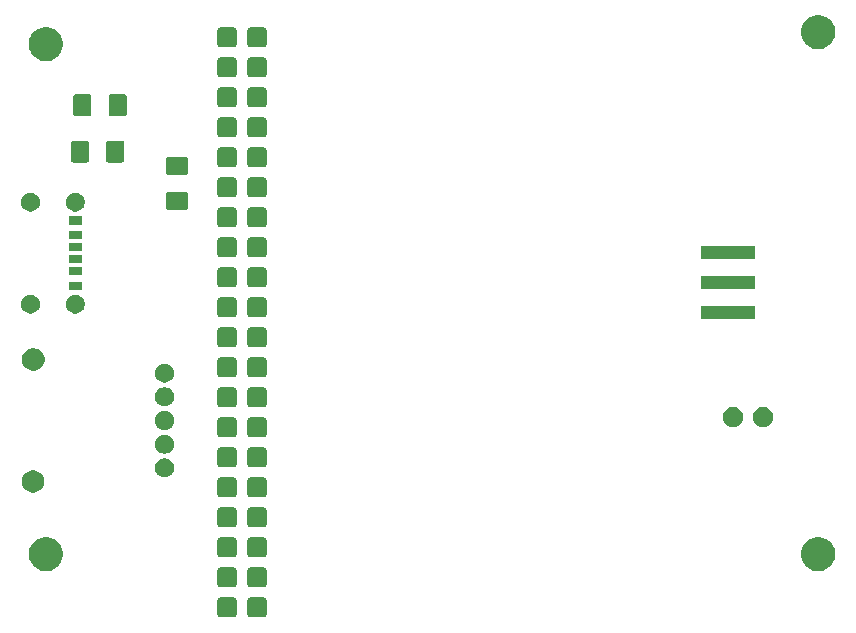
<source format=gbr>
G04 #@! TF.GenerationSoftware,KiCad,Pcbnew,5.0.2+dfsg1-1~bpo9+1*
G04 #@! TF.CreationDate,2020-11-02T20:14:28+00:00*
G04 #@! TF.ProjectId,gbc_outline_screen_new,6762635f-6f75-4746-9c69-6e655f736372,rev?*
G04 #@! TF.SameCoordinates,Original*
G04 #@! TF.FileFunction,Soldermask,Bot*
G04 #@! TF.FilePolarity,Negative*
%FSLAX46Y46*%
G04 Gerber Fmt 4.6, Leading zero omitted, Abs format (unit mm)*
G04 Created by KiCad (PCBNEW 5.0.2+dfsg1-1~bpo9+1) date Mon 02 Nov 2020 20:14:28 GMT*
%MOMM*%
%LPD*%
G01*
G04 APERTURE LIST*
%ADD10C,0.100000*%
G04 APERTURE END LIST*
D10*
G36*
X134721498Y-109804048D02*
X134789484Y-109824671D01*
X134852137Y-109858160D01*
X134907052Y-109903228D01*
X134952120Y-109958143D01*
X134985609Y-110020796D01*
X135006232Y-110088782D01*
X135013800Y-110165620D01*
X135013800Y-111129340D01*
X135006232Y-111206178D01*
X134985609Y-111274164D01*
X134952120Y-111336817D01*
X134907052Y-111391732D01*
X134852137Y-111436800D01*
X134789484Y-111470289D01*
X134721498Y-111490912D01*
X134644660Y-111498480D01*
X133680940Y-111498480D01*
X133604102Y-111490912D01*
X133536116Y-111470289D01*
X133473463Y-111436800D01*
X133418548Y-111391732D01*
X133373480Y-111336817D01*
X133339991Y-111274164D01*
X133319368Y-111206178D01*
X133311800Y-111129340D01*
X133311800Y-110165620D01*
X133319368Y-110088782D01*
X133339991Y-110020796D01*
X133373480Y-109958143D01*
X133418548Y-109903228D01*
X133473463Y-109858160D01*
X133536116Y-109824671D01*
X133604102Y-109804048D01*
X133680940Y-109796480D01*
X134644660Y-109796480D01*
X134721498Y-109804048D01*
X134721498Y-109804048D01*
G37*
G36*
X132181498Y-109804048D02*
X132249484Y-109824671D01*
X132312137Y-109858160D01*
X132367052Y-109903228D01*
X132412120Y-109958143D01*
X132445609Y-110020796D01*
X132466232Y-110088782D01*
X132473800Y-110165620D01*
X132473800Y-111129340D01*
X132466232Y-111206178D01*
X132445609Y-111274164D01*
X132412120Y-111336817D01*
X132367052Y-111391732D01*
X132312137Y-111436800D01*
X132249484Y-111470289D01*
X132181498Y-111490912D01*
X132104660Y-111498480D01*
X131140940Y-111498480D01*
X131064102Y-111490912D01*
X130996116Y-111470289D01*
X130933463Y-111436800D01*
X130878548Y-111391732D01*
X130833480Y-111336817D01*
X130799991Y-111274164D01*
X130779368Y-111206178D01*
X130771800Y-111129340D01*
X130771800Y-110165620D01*
X130779368Y-110088782D01*
X130799991Y-110020796D01*
X130833480Y-109958143D01*
X130878548Y-109903228D01*
X130933463Y-109858160D01*
X130996116Y-109824671D01*
X131064102Y-109804048D01*
X131140940Y-109796480D01*
X132104660Y-109796480D01*
X132181498Y-109804048D01*
X132181498Y-109804048D01*
G37*
G36*
X132181498Y-107264048D02*
X132249484Y-107284671D01*
X132312137Y-107318160D01*
X132367052Y-107363228D01*
X132412120Y-107418143D01*
X132445609Y-107480796D01*
X132466232Y-107548782D01*
X132473800Y-107625620D01*
X132473800Y-108589340D01*
X132466232Y-108666178D01*
X132445609Y-108734164D01*
X132412120Y-108796817D01*
X132367052Y-108851732D01*
X132312137Y-108896800D01*
X132249484Y-108930289D01*
X132181498Y-108950912D01*
X132104660Y-108958480D01*
X131140940Y-108958480D01*
X131064102Y-108950912D01*
X130996116Y-108930289D01*
X130933463Y-108896800D01*
X130878548Y-108851732D01*
X130833480Y-108796817D01*
X130799991Y-108734164D01*
X130779368Y-108666178D01*
X130771800Y-108589340D01*
X130771800Y-107625620D01*
X130779368Y-107548782D01*
X130799991Y-107480796D01*
X130833480Y-107418143D01*
X130878548Y-107363228D01*
X130933463Y-107318160D01*
X130996116Y-107284671D01*
X131064102Y-107264048D01*
X131140940Y-107256480D01*
X132104660Y-107256480D01*
X132181498Y-107264048D01*
X132181498Y-107264048D01*
G37*
G36*
X134721498Y-107264048D02*
X134789484Y-107284671D01*
X134852137Y-107318160D01*
X134907052Y-107363228D01*
X134952120Y-107418143D01*
X134985609Y-107480796D01*
X135006232Y-107548782D01*
X135013800Y-107625620D01*
X135013800Y-108589340D01*
X135006232Y-108666178D01*
X134985609Y-108734164D01*
X134952120Y-108796817D01*
X134907052Y-108851732D01*
X134852137Y-108896800D01*
X134789484Y-108930289D01*
X134721498Y-108950912D01*
X134644660Y-108958480D01*
X133680940Y-108958480D01*
X133604102Y-108950912D01*
X133536116Y-108930289D01*
X133473463Y-108896800D01*
X133418548Y-108851732D01*
X133373480Y-108796817D01*
X133339991Y-108734164D01*
X133319368Y-108666178D01*
X133311800Y-108589340D01*
X133311800Y-107625620D01*
X133319368Y-107548782D01*
X133339991Y-107480796D01*
X133373480Y-107418143D01*
X133418548Y-107363228D01*
X133473463Y-107318160D01*
X133536116Y-107284671D01*
X133604102Y-107264048D01*
X133680940Y-107256480D01*
X134644660Y-107256480D01*
X134721498Y-107264048D01*
X134721498Y-107264048D01*
G37*
G36*
X116709518Y-104756440D02*
X116709520Y-104756441D01*
X116709521Y-104756441D01*
X116973586Y-104865820D01*
X117033098Y-104905585D01*
X117211242Y-105024617D01*
X117413343Y-105226718D01*
X117413345Y-105226721D01*
X117572140Y-105464374D01*
X117680467Y-105725899D01*
X117681520Y-105728442D01*
X117737280Y-106008768D01*
X117737280Y-106294592D01*
X117682025Y-106572381D01*
X117681519Y-106574921D01*
X117572140Y-106838986D01*
X117572139Y-106838987D01*
X117413343Y-107076642D01*
X117211242Y-107278743D01*
X117211239Y-107278745D01*
X116973586Y-107437540D01*
X116709521Y-107546919D01*
X116709520Y-107546919D01*
X116709518Y-107546920D01*
X116429192Y-107602680D01*
X116143368Y-107602680D01*
X115863042Y-107546920D01*
X115863040Y-107546919D01*
X115863039Y-107546919D01*
X115598974Y-107437540D01*
X115361321Y-107278745D01*
X115361318Y-107278743D01*
X115159217Y-107076642D01*
X115000421Y-106838987D01*
X115000420Y-106838986D01*
X114891041Y-106574921D01*
X114890536Y-106572381D01*
X114835280Y-106294592D01*
X114835280Y-106008768D01*
X114891040Y-105728442D01*
X114892093Y-105725899D01*
X115000420Y-105464374D01*
X115159215Y-105226721D01*
X115159217Y-105226718D01*
X115361318Y-105024617D01*
X115539462Y-104905585D01*
X115598974Y-104865820D01*
X115863039Y-104756441D01*
X115863040Y-104756441D01*
X115863042Y-104756440D01*
X116143368Y-104700680D01*
X116429192Y-104700680D01*
X116709518Y-104756440D01*
X116709518Y-104756440D01*
G37*
G36*
X182101818Y-104753900D02*
X182101820Y-104753901D01*
X182101821Y-104753901D01*
X182365886Y-104863280D01*
X182539294Y-104979148D01*
X182603542Y-105022077D01*
X182805643Y-105224178D01*
X182805645Y-105224181D01*
X182964440Y-105461834D01*
X182965492Y-105464374D01*
X183073820Y-105725902D01*
X183129580Y-106006228D01*
X183129580Y-106292052D01*
X183110040Y-106390289D01*
X183073819Y-106572381D01*
X182964440Y-106836446D01*
X182962742Y-106838987D01*
X182805643Y-107074102D01*
X182603542Y-107276203D01*
X182603539Y-107276205D01*
X182365886Y-107435000D01*
X182101821Y-107544379D01*
X182101820Y-107544379D01*
X182101818Y-107544380D01*
X181821492Y-107600140D01*
X181535668Y-107600140D01*
X181255342Y-107544380D01*
X181255340Y-107544379D01*
X181255339Y-107544379D01*
X180991274Y-107435000D01*
X180753621Y-107276205D01*
X180753618Y-107276203D01*
X180551517Y-107074102D01*
X180394418Y-106838987D01*
X180392720Y-106836446D01*
X180283341Y-106572381D01*
X180247121Y-106390289D01*
X180227580Y-106292052D01*
X180227580Y-106006228D01*
X180283340Y-105725902D01*
X180391668Y-105464374D01*
X180392720Y-105461834D01*
X180551515Y-105224181D01*
X180551517Y-105224178D01*
X180753618Y-105022077D01*
X180817866Y-104979148D01*
X180991274Y-104863280D01*
X181255339Y-104753901D01*
X181255340Y-104753901D01*
X181255342Y-104753900D01*
X181535668Y-104698140D01*
X181821492Y-104698140D01*
X182101818Y-104753900D01*
X182101818Y-104753900D01*
G37*
G36*
X134721498Y-104724048D02*
X134789484Y-104744671D01*
X134852137Y-104778160D01*
X134907052Y-104823228D01*
X134952120Y-104878143D01*
X134985609Y-104940796D01*
X135006232Y-105008782D01*
X135013800Y-105085620D01*
X135013800Y-106049340D01*
X135006232Y-106126178D01*
X134985609Y-106194164D01*
X134952120Y-106256817D01*
X134907052Y-106311732D01*
X134852137Y-106356800D01*
X134789484Y-106390289D01*
X134721498Y-106410912D01*
X134644660Y-106418480D01*
X133680940Y-106418480D01*
X133604102Y-106410912D01*
X133536116Y-106390289D01*
X133473463Y-106356800D01*
X133418548Y-106311732D01*
X133373480Y-106256817D01*
X133339991Y-106194164D01*
X133319368Y-106126178D01*
X133311800Y-106049340D01*
X133311800Y-105085620D01*
X133319368Y-105008782D01*
X133339991Y-104940796D01*
X133373480Y-104878143D01*
X133418548Y-104823228D01*
X133473463Y-104778160D01*
X133536116Y-104744671D01*
X133604102Y-104724048D01*
X133680940Y-104716480D01*
X134644660Y-104716480D01*
X134721498Y-104724048D01*
X134721498Y-104724048D01*
G37*
G36*
X132181498Y-104724048D02*
X132249484Y-104744671D01*
X132312137Y-104778160D01*
X132367052Y-104823228D01*
X132412120Y-104878143D01*
X132445609Y-104940796D01*
X132466232Y-105008782D01*
X132473800Y-105085620D01*
X132473800Y-106049340D01*
X132466232Y-106126178D01*
X132445609Y-106194164D01*
X132412120Y-106256817D01*
X132367052Y-106311732D01*
X132312137Y-106356800D01*
X132249484Y-106390289D01*
X132181498Y-106410912D01*
X132104660Y-106418480D01*
X131140940Y-106418480D01*
X131064102Y-106410912D01*
X130996116Y-106390289D01*
X130933463Y-106356800D01*
X130878548Y-106311732D01*
X130833480Y-106256817D01*
X130799991Y-106194164D01*
X130779368Y-106126178D01*
X130771800Y-106049340D01*
X130771800Y-105085620D01*
X130779368Y-105008782D01*
X130799991Y-104940796D01*
X130833480Y-104878143D01*
X130878548Y-104823228D01*
X130933463Y-104778160D01*
X130996116Y-104744671D01*
X131064102Y-104724048D01*
X131140940Y-104716480D01*
X132104660Y-104716480D01*
X132181498Y-104724048D01*
X132181498Y-104724048D01*
G37*
G36*
X132181498Y-102184048D02*
X132249484Y-102204671D01*
X132312137Y-102238160D01*
X132367052Y-102283228D01*
X132412120Y-102338143D01*
X132445609Y-102400796D01*
X132466232Y-102468782D01*
X132473800Y-102545620D01*
X132473800Y-103509340D01*
X132466232Y-103586178D01*
X132445609Y-103654164D01*
X132412120Y-103716817D01*
X132367052Y-103771732D01*
X132312137Y-103816800D01*
X132249484Y-103850289D01*
X132181498Y-103870912D01*
X132104660Y-103878480D01*
X131140940Y-103878480D01*
X131064102Y-103870912D01*
X130996116Y-103850289D01*
X130933463Y-103816800D01*
X130878548Y-103771732D01*
X130833480Y-103716817D01*
X130799991Y-103654164D01*
X130779368Y-103586178D01*
X130771800Y-103509340D01*
X130771800Y-102545620D01*
X130779368Y-102468782D01*
X130799991Y-102400796D01*
X130833480Y-102338143D01*
X130878548Y-102283228D01*
X130933463Y-102238160D01*
X130996116Y-102204671D01*
X131064102Y-102184048D01*
X131140940Y-102176480D01*
X132104660Y-102176480D01*
X132181498Y-102184048D01*
X132181498Y-102184048D01*
G37*
G36*
X134721498Y-102184048D02*
X134789484Y-102204671D01*
X134852137Y-102238160D01*
X134907052Y-102283228D01*
X134952120Y-102338143D01*
X134985609Y-102400796D01*
X135006232Y-102468782D01*
X135013800Y-102545620D01*
X135013800Y-103509340D01*
X135006232Y-103586178D01*
X134985609Y-103654164D01*
X134952120Y-103716817D01*
X134907052Y-103771732D01*
X134852137Y-103816800D01*
X134789484Y-103850289D01*
X134721498Y-103870912D01*
X134644660Y-103878480D01*
X133680940Y-103878480D01*
X133604102Y-103870912D01*
X133536116Y-103850289D01*
X133473463Y-103816800D01*
X133418548Y-103771732D01*
X133373480Y-103716817D01*
X133339991Y-103654164D01*
X133319368Y-103586178D01*
X133311800Y-103509340D01*
X133311800Y-102545620D01*
X133319368Y-102468782D01*
X133339991Y-102400796D01*
X133373480Y-102338143D01*
X133418548Y-102283228D01*
X133473463Y-102238160D01*
X133536116Y-102204671D01*
X133604102Y-102184048D01*
X133680940Y-102176480D01*
X134644660Y-102176480D01*
X134721498Y-102184048D01*
X134721498Y-102184048D01*
G37*
G36*
X134721498Y-99644048D02*
X134789484Y-99664671D01*
X134852137Y-99698160D01*
X134907052Y-99743228D01*
X134952120Y-99798143D01*
X134985609Y-99860796D01*
X135006232Y-99928782D01*
X135013800Y-100005620D01*
X135013800Y-100969340D01*
X135006232Y-101046178D01*
X134985609Y-101114164D01*
X134952120Y-101176817D01*
X134907052Y-101231732D01*
X134852137Y-101276800D01*
X134789484Y-101310289D01*
X134721498Y-101330912D01*
X134644660Y-101338480D01*
X133680940Y-101338480D01*
X133604102Y-101330912D01*
X133536116Y-101310289D01*
X133473463Y-101276800D01*
X133418548Y-101231732D01*
X133373480Y-101176817D01*
X133339991Y-101114164D01*
X133319368Y-101046178D01*
X133311800Y-100969340D01*
X133311800Y-100005620D01*
X133319368Y-99928782D01*
X133339991Y-99860796D01*
X133373480Y-99798143D01*
X133418548Y-99743228D01*
X133473463Y-99698160D01*
X133536116Y-99664671D01*
X133604102Y-99644048D01*
X133680940Y-99636480D01*
X134644660Y-99636480D01*
X134721498Y-99644048D01*
X134721498Y-99644048D01*
G37*
G36*
X132181498Y-99644048D02*
X132249484Y-99664671D01*
X132312137Y-99698160D01*
X132367052Y-99743228D01*
X132412120Y-99798143D01*
X132445609Y-99860796D01*
X132466232Y-99928782D01*
X132473800Y-100005620D01*
X132473800Y-100969340D01*
X132466232Y-101046178D01*
X132445609Y-101114164D01*
X132412120Y-101176817D01*
X132367052Y-101231732D01*
X132312137Y-101276800D01*
X132249484Y-101310289D01*
X132181498Y-101330912D01*
X132104660Y-101338480D01*
X131140940Y-101338480D01*
X131064102Y-101330912D01*
X130996116Y-101310289D01*
X130933463Y-101276800D01*
X130878548Y-101231732D01*
X130833480Y-101176817D01*
X130799991Y-101114164D01*
X130779368Y-101046178D01*
X130771800Y-100969340D01*
X130771800Y-100005620D01*
X130779368Y-99928782D01*
X130799991Y-99860796D01*
X130833480Y-99798143D01*
X130878548Y-99743228D01*
X130933463Y-99698160D01*
X130996116Y-99664671D01*
X131064102Y-99644048D01*
X131140940Y-99636480D01*
X132104660Y-99636480D01*
X132181498Y-99644048D01*
X132181498Y-99644048D01*
G37*
G36*
X115481636Y-99087886D02*
X115654706Y-99159574D01*
X115810470Y-99263652D01*
X115942928Y-99396110D01*
X116047006Y-99551874D01*
X116118694Y-99724944D01*
X116155240Y-99908673D01*
X116155240Y-100096007D01*
X116118694Y-100279736D01*
X116047006Y-100452806D01*
X115942928Y-100608570D01*
X115810470Y-100741028D01*
X115654706Y-100845106D01*
X115481636Y-100916794D01*
X115297907Y-100953340D01*
X115110573Y-100953340D01*
X114926844Y-100916794D01*
X114753774Y-100845106D01*
X114598010Y-100741028D01*
X114465552Y-100608570D01*
X114361474Y-100452806D01*
X114289786Y-100279736D01*
X114253240Y-100096007D01*
X114253240Y-99908673D01*
X114289786Y-99724944D01*
X114361474Y-99551874D01*
X114465552Y-99396110D01*
X114598010Y-99263652D01*
X114753774Y-99159574D01*
X114926844Y-99087886D01*
X115110573Y-99051340D01*
X115297907Y-99051340D01*
X115481636Y-99087886D01*
X115481636Y-99087886D01*
G37*
G36*
X126563083Y-98076421D02*
X126708855Y-98136802D01*
X126840051Y-98224464D01*
X126951616Y-98336029D01*
X127039278Y-98467225D01*
X127099659Y-98612997D01*
X127130440Y-98767747D01*
X127130440Y-98925533D01*
X127099659Y-99080283D01*
X127039278Y-99226055D01*
X126951616Y-99357251D01*
X126840051Y-99468816D01*
X126708855Y-99556478D01*
X126563083Y-99616859D01*
X126408333Y-99647640D01*
X126250547Y-99647640D01*
X126095797Y-99616859D01*
X125950025Y-99556478D01*
X125818829Y-99468816D01*
X125707264Y-99357251D01*
X125619602Y-99226055D01*
X125559221Y-99080283D01*
X125528440Y-98925533D01*
X125528440Y-98767747D01*
X125559221Y-98612997D01*
X125619602Y-98467225D01*
X125707264Y-98336029D01*
X125818829Y-98224464D01*
X125950025Y-98136802D01*
X126095797Y-98076421D01*
X126250547Y-98045640D01*
X126408333Y-98045640D01*
X126563083Y-98076421D01*
X126563083Y-98076421D01*
G37*
G36*
X132181498Y-97104048D02*
X132249484Y-97124671D01*
X132312137Y-97158160D01*
X132367052Y-97203228D01*
X132412120Y-97258143D01*
X132445609Y-97320796D01*
X132466232Y-97388782D01*
X132473800Y-97465620D01*
X132473800Y-98429340D01*
X132466232Y-98506178D01*
X132445609Y-98574164D01*
X132412120Y-98636817D01*
X132367052Y-98691732D01*
X132312137Y-98736800D01*
X132249484Y-98770289D01*
X132181498Y-98790912D01*
X132104660Y-98798480D01*
X131140940Y-98798480D01*
X131064102Y-98790912D01*
X130996116Y-98770289D01*
X130933463Y-98736800D01*
X130878548Y-98691732D01*
X130833480Y-98636817D01*
X130799991Y-98574164D01*
X130779368Y-98506178D01*
X130771800Y-98429340D01*
X130771800Y-97465620D01*
X130779368Y-97388782D01*
X130799991Y-97320796D01*
X130833480Y-97258143D01*
X130878548Y-97203228D01*
X130933463Y-97158160D01*
X130996116Y-97124671D01*
X131064102Y-97104048D01*
X131140940Y-97096480D01*
X132104660Y-97096480D01*
X132181498Y-97104048D01*
X132181498Y-97104048D01*
G37*
G36*
X134721498Y-97104048D02*
X134789484Y-97124671D01*
X134852137Y-97158160D01*
X134907052Y-97203228D01*
X134952120Y-97258143D01*
X134985609Y-97320796D01*
X135006232Y-97388782D01*
X135013800Y-97465620D01*
X135013800Y-98429340D01*
X135006232Y-98506178D01*
X134985609Y-98574164D01*
X134952120Y-98636817D01*
X134907052Y-98691732D01*
X134852137Y-98736800D01*
X134789484Y-98770289D01*
X134721498Y-98790912D01*
X134644660Y-98798480D01*
X133680940Y-98798480D01*
X133604102Y-98790912D01*
X133536116Y-98770289D01*
X133473463Y-98736800D01*
X133418548Y-98691732D01*
X133373480Y-98636817D01*
X133339991Y-98574164D01*
X133319368Y-98506178D01*
X133311800Y-98429340D01*
X133311800Y-97465620D01*
X133319368Y-97388782D01*
X133339991Y-97320796D01*
X133373480Y-97258143D01*
X133418548Y-97203228D01*
X133473463Y-97158160D01*
X133536116Y-97124671D01*
X133604102Y-97104048D01*
X133680940Y-97096480D01*
X134644660Y-97096480D01*
X134721498Y-97104048D01*
X134721498Y-97104048D01*
G37*
G36*
X126563083Y-96069821D02*
X126708855Y-96130202D01*
X126840051Y-96217864D01*
X126951616Y-96329429D01*
X127039278Y-96460625D01*
X127099659Y-96606397D01*
X127130440Y-96761147D01*
X127130440Y-96918933D01*
X127099659Y-97073683D01*
X127039278Y-97219455D01*
X126951616Y-97350651D01*
X126840051Y-97462216D01*
X126708855Y-97549878D01*
X126563083Y-97610259D01*
X126408333Y-97641040D01*
X126250547Y-97641040D01*
X126095797Y-97610259D01*
X125950025Y-97549878D01*
X125818829Y-97462216D01*
X125707264Y-97350651D01*
X125619602Y-97219455D01*
X125559221Y-97073683D01*
X125528440Y-96918933D01*
X125528440Y-96761147D01*
X125559221Y-96606397D01*
X125619602Y-96460625D01*
X125707264Y-96329429D01*
X125818829Y-96217864D01*
X125950025Y-96130202D01*
X126095797Y-96069821D01*
X126250547Y-96039040D01*
X126408333Y-96039040D01*
X126563083Y-96069821D01*
X126563083Y-96069821D01*
G37*
G36*
X134721498Y-94564048D02*
X134789484Y-94584671D01*
X134852137Y-94618160D01*
X134907052Y-94663228D01*
X134952120Y-94718143D01*
X134985609Y-94780796D01*
X135006232Y-94848782D01*
X135013800Y-94925620D01*
X135013800Y-95889340D01*
X135006232Y-95966178D01*
X134985609Y-96034164D01*
X134952120Y-96096817D01*
X134907052Y-96151732D01*
X134852137Y-96196800D01*
X134789484Y-96230289D01*
X134721498Y-96250912D01*
X134644660Y-96258480D01*
X133680940Y-96258480D01*
X133604102Y-96250912D01*
X133536116Y-96230289D01*
X133473463Y-96196800D01*
X133418548Y-96151732D01*
X133373480Y-96096817D01*
X133339991Y-96034164D01*
X133319368Y-95966178D01*
X133311800Y-95889340D01*
X133311800Y-94925620D01*
X133319368Y-94848782D01*
X133339991Y-94780796D01*
X133373480Y-94718143D01*
X133418548Y-94663228D01*
X133473463Y-94618160D01*
X133536116Y-94584671D01*
X133604102Y-94564048D01*
X133680940Y-94556480D01*
X134644660Y-94556480D01*
X134721498Y-94564048D01*
X134721498Y-94564048D01*
G37*
G36*
X132181498Y-94564048D02*
X132249484Y-94584671D01*
X132312137Y-94618160D01*
X132367052Y-94663228D01*
X132412120Y-94718143D01*
X132445609Y-94780796D01*
X132466232Y-94848782D01*
X132473800Y-94925620D01*
X132473800Y-95889340D01*
X132466232Y-95966178D01*
X132445609Y-96034164D01*
X132412120Y-96096817D01*
X132367052Y-96151732D01*
X132312137Y-96196800D01*
X132249484Y-96230289D01*
X132181498Y-96250912D01*
X132104660Y-96258480D01*
X131140940Y-96258480D01*
X131064102Y-96250912D01*
X130996116Y-96230289D01*
X130933463Y-96196800D01*
X130878548Y-96151732D01*
X130833480Y-96096817D01*
X130799991Y-96034164D01*
X130779368Y-95966178D01*
X130771800Y-95889340D01*
X130771800Y-94925620D01*
X130779368Y-94848782D01*
X130799991Y-94780796D01*
X130833480Y-94718143D01*
X130878548Y-94663228D01*
X130933463Y-94618160D01*
X130996116Y-94584671D01*
X131064102Y-94564048D01*
X131140940Y-94556480D01*
X132104660Y-94556480D01*
X132181498Y-94564048D01*
X132181498Y-94564048D01*
G37*
G36*
X126563083Y-94063221D02*
X126708855Y-94123602D01*
X126840051Y-94211264D01*
X126951616Y-94322829D01*
X127039278Y-94454025D01*
X127099659Y-94599797D01*
X127130440Y-94754547D01*
X127130440Y-94912333D01*
X127099659Y-95067083D01*
X127039278Y-95212855D01*
X126951616Y-95344051D01*
X126840051Y-95455616D01*
X126708855Y-95543278D01*
X126563083Y-95603659D01*
X126408333Y-95634440D01*
X126250547Y-95634440D01*
X126095797Y-95603659D01*
X125950025Y-95543278D01*
X125818829Y-95455616D01*
X125707264Y-95344051D01*
X125619602Y-95212855D01*
X125559221Y-95067083D01*
X125528440Y-94912333D01*
X125528440Y-94754547D01*
X125559221Y-94599797D01*
X125619602Y-94454025D01*
X125707264Y-94322829D01*
X125818829Y-94211264D01*
X125950025Y-94123602D01*
X126095797Y-94063221D01*
X126250547Y-94032440D01*
X126408333Y-94032440D01*
X126563083Y-94063221D01*
X126563083Y-94063221D01*
G37*
G36*
X177245588Y-93720503D02*
X177400460Y-93784653D01*
X177539841Y-93877785D01*
X177658375Y-93996319D01*
X177751507Y-94135700D01*
X177815657Y-94290572D01*
X177848360Y-94454984D01*
X177848360Y-94622616D01*
X177815657Y-94787028D01*
X177751507Y-94941900D01*
X177658375Y-95081281D01*
X177539841Y-95199815D01*
X177400460Y-95292947D01*
X177245588Y-95357097D01*
X177081176Y-95389800D01*
X176913544Y-95389800D01*
X176749132Y-95357097D01*
X176594260Y-95292947D01*
X176454879Y-95199815D01*
X176336345Y-95081281D01*
X176243213Y-94941900D01*
X176179063Y-94787028D01*
X176146360Y-94622616D01*
X176146360Y-94454984D01*
X176179063Y-94290572D01*
X176243213Y-94135700D01*
X176336345Y-93996319D01*
X176454879Y-93877785D01*
X176594260Y-93784653D01*
X176749132Y-93720503D01*
X176913544Y-93687800D01*
X177081176Y-93687800D01*
X177245588Y-93720503D01*
X177245588Y-93720503D01*
G37*
G36*
X174705588Y-93720503D02*
X174860460Y-93784653D01*
X174999841Y-93877785D01*
X175118375Y-93996319D01*
X175211507Y-94135700D01*
X175275657Y-94290572D01*
X175308360Y-94454984D01*
X175308360Y-94622616D01*
X175275657Y-94787028D01*
X175211507Y-94941900D01*
X175118375Y-95081281D01*
X174999841Y-95199815D01*
X174860460Y-95292947D01*
X174705588Y-95357097D01*
X174541176Y-95389800D01*
X174373544Y-95389800D01*
X174209132Y-95357097D01*
X174054260Y-95292947D01*
X173914879Y-95199815D01*
X173796345Y-95081281D01*
X173703213Y-94941900D01*
X173639063Y-94787028D01*
X173606360Y-94622616D01*
X173606360Y-94454984D01*
X173639063Y-94290572D01*
X173703213Y-94135700D01*
X173796345Y-93996319D01*
X173914879Y-93877785D01*
X174054260Y-93784653D01*
X174209132Y-93720503D01*
X174373544Y-93687800D01*
X174541176Y-93687800D01*
X174705588Y-93720503D01*
X174705588Y-93720503D01*
G37*
G36*
X132181498Y-92024048D02*
X132249484Y-92044671D01*
X132312137Y-92078160D01*
X132367052Y-92123228D01*
X132412120Y-92178143D01*
X132445609Y-92240796D01*
X132466232Y-92308782D01*
X132473800Y-92385620D01*
X132473800Y-93349340D01*
X132466232Y-93426178D01*
X132445609Y-93494164D01*
X132412120Y-93556817D01*
X132367052Y-93611732D01*
X132312137Y-93656800D01*
X132249484Y-93690289D01*
X132181498Y-93710912D01*
X132104660Y-93718480D01*
X131140940Y-93718480D01*
X131064102Y-93710912D01*
X130996116Y-93690289D01*
X130933463Y-93656800D01*
X130878548Y-93611732D01*
X130833480Y-93556817D01*
X130799991Y-93494164D01*
X130779368Y-93426178D01*
X130771800Y-93349340D01*
X130771800Y-92385620D01*
X130779368Y-92308782D01*
X130799991Y-92240796D01*
X130833480Y-92178143D01*
X130878548Y-92123228D01*
X130933463Y-92078160D01*
X130996116Y-92044671D01*
X131064102Y-92024048D01*
X131140940Y-92016480D01*
X132104660Y-92016480D01*
X132181498Y-92024048D01*
X132181498Y-92024048D01*
G37*
G36*
X134721498Y-92024048D02*
X134789484Y-92044671D01*
X134852137Y-92078160D01*
X134907052Y-92123228D01*
X134952120Y-92178143D01*
X134985609Y-92240796D01*
X135006232Y-92308782D01*
X135013800Y-92385620D01*
X135013800Y-93349340D01*
X135006232Y-93426178D01*
X134985609Y-93494164D01*
X134952120Y-93556817D01*
X134907052Y-93611732D01*
X134852137Y-93656800D01*
X134789484Y-93690289D01*
X134721498Y-93710912D01*
X134644660Y-93718480D01*
X133680940Y-93718480D01*
X133604102Y-93710912D01*
X133536116Y-93690289D01*
X133473463Y-93656800D01*
X133418548Y-93611732D01*
X133373480Y-93556817D01*
X133339991Y-93494164D01*
X133319368Y-93426178D01*
X133311800Y-93349340D01*
X133311800Y-92385620D01*
X133319368Y-92308782D01*
X133339991Y-92240796D01*
X133373480Y-92178143D01*
X133418548Y-92123228D01*
X133473463Y-92078160D01*
X133536116Y-92044671D01*
X133604102Y-92024048D01*
X133680940Y-92016480D01*
X134644660Y-92016480D01*
X134721498Y-92024048D01*
X134721498Y-92024048D01*
G37*
G36*
X126563083Y-92056621D02*
X126708855Y-92117002D01*
X126840051Y-92204664D01*
X126951616Y-92316229D01*
X127039278Y-92447425D01*
X127099659Y-92593197D01*
X127130440Y-92747947D01*
X127130440Y-92905733D01*
X127099659Y-93060483D01*
X127039278Y-93206255D01*
X126951616Y-93337451D01*
X126840051Y-93449016D01*
X126708855Y-93536678D01*
X126563083Y-93597059D01*
X126408333Y-93627840D01*
X126250547Y-93627840D01*
X126095797Y-93597059D01*
X125950025Y-93536678D01*
X125818829Y-93449016D01*
X125707264Y-93337451D01*
X125619602Y-93206255D01*
X125559221Y-93060483D01*
X125528440Y-92905733D01*
X125528440Y-92747947D01*
X125559221Y-92593197D01*
X125619602Y-92447425D01*
X125707264Y-92316229D01*
X125818829Y-92204664D01*
X125950025Y-92117002D01*
X126095797Y-92056621D01*
X126250547Y-92025840D01*
X126408333Y-92025840D01*
X126563083Y-92056621D01*
X126563083Y-92056621D01*
G37*
G36*
X126563083Y-90050021D02*
X126708855Y-90110402D01*
X126840051Y-90198064D01*
X126951616Y-90309629D01*
X127039278Y-90440825D01*
X127099659Y-90586597D01*
X127130440Y-90741347D01*
X127130440Y-90899133D01*
X127099659Y-91053883D01*
X127039278Y-91199655D01*
X126951616Y-91330851D01*
X126840051Y-91442416D01*
X126708855Y-91530078D01*
X126563083Y-91590459D01*
X126408333Y-91621240D01*
X126250547Y-91621240D01*
X126095797Y-91590459D01*
X125950025Y-91530078D01*
X125818829Y-91442416D01*
X125707264Y-91330851D01*
X125619602Y-91199655D01*
X125559221Y-91053883D01*
X125528440Y-90899133D01*
X125528440Y-90741347D01*
X125559221Y-90586597D01*
X125619602Y-90440825D01*
X125707264Y-90309629D01*
X125818829Y-90198064D01*
X125950025Y-90110402D01*
X126095797Y-90050021D01*
X126250547Y-90019240D01*
X126408333Y-90019240D01*
X126563083Y-90050021D01*
X126563083Y-90050021D01*
G37*
G36*
X132181498Y-89484048D02*
X132249484Y-89504671D01*
X132312137Y-89538160D01*
X132367052Y-89583228D01*
X132412120Y-89638143D01*
X132445609Y-89700796D01*
X132466232Y-89768782D01*
X132473800Y-89845620D01*
X132473800Y-90809340D01*
X132466232Y-90886178D01*
X132445609Y-90954164D01*
X132412120Y-91016817D01*
X132367052Y-91071732D01*
X132312137Y-91116800D01*
X132249484Y-91150289D01*
X132181498Y-91170912D01*
X132104660Y-91178480D01*
X131140940Y-91178480D01*
X131064102Y-91170912D01*
X130996116Y-91150289D01*
X130933463Y-91116800D01*
X130878548Y-91071732D01*
X130833480Y-91016817D01*
X130799991Y-90954164D01*
X130779368Y-90886178D01*
X130771800Y-90809340D01*
X130771800Y-89845620D01*
X130779368Y-89768782D01*
X130799991Y-89700796D01*
X130833480Y-89638143D01*
X130878548Y-89583228D01*
X130933463Y-89538160D01*
X130996116Y-89504671D01*
X131064102Y-89484048D01*
X131140940Y-89476480D01*
X132104660Y-89476480D01*
X132181498Y-89484048D01*
X132181498Y-89484048D01*
G37*
G36*
X134721498Y-89484048D02*
X134789484Y-89504671D01*
X134852137Y-89538160D01*
X134907052Y-89583228D01*
X134952120Y-89638143D01*
X134985609Y-89700796D01*
X135006232Y-89768782D01*
X135013800Y-89845620D01*
X135013800Y-90809340D01*
X135006232Y-90886178D01*
X134985609Y-90954164D01*
X134952120Y-91016817D01*
X134907052Y-91071732D01*
X134852137Y-91116800D01*
X134789484Y-91150289D01*
X134721498Y-91170912D01*
X134644660Y-91178480D01*
X133680940Y-91178480D01*
X133604102Y-91170912D01*
X133536116Y-91150289D01*
X133473463Y-91116800D01*
X133418548Y-91071732D01*
X133373480Y-91016817D01*
X133339991Y-90954164D01*
X133319368Y-90886178D01*
X133311800Y-90809340D01*
X133311800Y-89845620D01*
X133319368Y-89768782D01*
X133339991Y-89700796D01*
X133373480Y-89638143D01*
X133418548Y-89583228D01*
X133473463Y-89538160D01*
X133536116Y-89504671D01*
X133604102Y-89484048D01*
X133680940Y-89476480D01*
X134644660Y-89476480D01*
X134721498Y-89484048D01*
X134721498Y-89484048D01*
G37*
G36*
X115494336Y-88750086D02*
X115667406Y-88821774D01*
X115823170Y-88925852D01*
X115955628Y-89058310D01*
X116059706Y-89214074D01*
X116131394Y-89387144D01*
X116167940Y-89570873D01*
X116167940Y-89758207D01*
X116131394Y-89941936D01*
X116059706Y-90115006D01*
X115955628Y-90270770D01*
X115823170Y-90403228D01*
X115667406Y-90507306D01*
X115494336Y-90578994D01*
X115310607Y-90615540D01*
X115123273Y-90615540D01*
X114939544Y-90578994D01*
X114766474Y-90507306D01*
X114610710Y-90403228D01*
X114478252Y-90270770D01*
X114374174Y-90115006D01*
X114302486Y-89941936D01*
X114265940Y-89758207D01*
X114265940Y-89570873D01*
X114302486Y-89387144D01*
X114374174Y-89214074D01*
X114478252Y-89058310D01*
X114610710Y-88925852D01*
X114766474Y-88821774D01*
X114939544Y-88750086D01*
X115123273Y-88713540D01*
X115310607Y-88713540D01*
X115494336Y-88750086D01*
X115494336Y-88750086D01*
G37*
G36*
X132181498Y-86944048D02*
X132249484Y-86964671D01*
X132312137Y-86998160D01*
X132367052Y-87043228D01*
X132412120Y-87098143D01*
X132445609Y-87160796D01*
X132466232Y-87228782D01*
X132473800Y-87305620D01*
X132473800Y-88269340D01*
X132466232Y-88346178D01*
X132445609Y-88414164D01*
X132412120Y-88476817D01*
X132367052Y-88531732D01*
X132312137Y-88576800D01*
X132249484Y-88610289D01*
X132181498Y-88630912D01*
X132104660Y-88638480D01*
X131140940Y-88638480D01*
X131064102Y-88630912D01*
X130996116Y-88610289D01*
X130933463Y-88576800D01*
X130878548Y-88531732D01*
X130833480Y-88476817D01*
X130799991Y-88414164D01*
X130779368Y-88346178D01*
X130771800Y-88269340D01*
X130771800Y-87305620D01*
X130779368Y-87228782D01*
X130799991Y-87160796D01*
X130833480Y-87098143D01*
X130878548Y-87043228D01*
X130933463Y-86998160D01*
X130996116Y-86964671D01*
X131064102Y-86944048D01*
X131140940Y-86936480D01*
X132104660Y-86936480D01*
X132181498Y-86944048D01*
X132181498Y-86944048D01*
G37*
G36*
X134721498Y-86944048D02*
X134789484Y-86964671D01*
X134852137Y-86998160D01*
X134907052Y-87043228D01*
X134952120Y-87098143D01*
X134985609Y-87160796D01*
X135006232Y-87228782D01*
X135013800Y-87305620D01*
X135013800Y-88269340D01*
X135006232Y-88346178D01*
X134985609Y-88414164D01*
X134952120Y-88476817D01*
X134907052Y-88531732D01*
X134852137Y-88576800D01*
X134789484Y-88610289D01*
X134721498Y-88630912D01*
X134644660Y-88638480D01*
X133680940Y-88638480D01*
X133604102Y-88630912D01*
X133536116Y-88610289D01*
X133473463Y-88576800D01*
X133418548Y-88531732D01*
X133373480Y-88476817D01*
X133339991Y-88414164D01*
X133319368Y-88346178D01*
X133311800Y-88269340D01*
X133311800Y-87305620D01*
X133319368Y-87228782D01*
X133339991Y-87160796D01*
X133373480Y-87098143D01*
X133418548Y-87043228D01*
X133473463Y-86998160D01*
X133536116Y-86964671D01*
X133604102Y-86944048D01*
X133680940Y-86936480D01*
X134644660Y-86936480D01*
X134721498Y-86944048D01*
X134721498Y-86944048D01*
G37*
G36*
X176341800Y-86230280D02*
X171739800Y-86230280D01*
X171739800Y-85128280D01*
X176341800Y-85128280D01*
X176341800Y-86230280D01*
X176341800Y-86230280D01*
G37*
G36*
X132181498Y-84404048D02*
X132249484Y-84424671D01*
X132312137Y-84458160D01*
X132367052Y-84503228D01*
X132412120Y-84558143D01*
X132445609Y-84620796D01*
X132466232Y-84688782D01*
X132473800Y-84765620D01*
X132473800Y-85729340D01*
X132466232Y-85806178D01*
X132445609Y-85874164D01*
X132412120Y-85936817D01*
X132367052Y-85991732D01*
X132312137Y-86036800D01*
X132249484Y-86070289D01*
X132181498Y-86090912D01*
X132104660Y-86098480D01*
X131140940Y-86098480D01*
X131064102Y-86090912D01*
X130996116Y-86070289D01*
X130933463Y-86036800D01*
X130878548Y-85991732D01*
X130833480Y-85936817D01*
X130799991Y-85874164D01*
X130779368Y-85806178D01*
X130771800Y-85729340D01*
X130771800Y-84765620D01*
X130779368Y-84688782D01*
X130799991Y-84620796D01*
X130833480Y-84558143D01*
X130878548Y-84503228D01*
X130933463Y-84458160D01*
X130996116Y-84424671D01*
X131064102Y-84404048D01*
X131140940Y-84396480D01*
X132104660Y-84396480D01*
X132181498Y-84404048D01*
X132181498Y-84404048D01*
G37*
G36*
X134721498Y-84404048D02*
X134789484Y-84424671D01*
X134852137Y-84458160D01*
X134907052Y-84503228D01*
X134952120Y-84558143D01*
X134985609Y-84620796D01*
X135006232Y-84688782D01*
X135013800Y-84765620D01*
X135013800Y-85729340D01*
X135006232Y-85806178D01*
X134985609Y-85874164D01*
X134952120Y-85936817D01*
X134907052Y-85991732D01*
X134852137Y-86036800D01*
X134789484Y-86070289D01*
X134721498Y-86090912D01*
X134644660Y-86098480D01*
X133680940Y-86098480D01*
X133604102Y-86090912D01*
X133536116Y-86070289D01*
X133473463Y-86036800D01*
X133418548Y-85991732D01*
X133373480Y-85936817D01*
X133339991Y-85874164D01*
X133319368Y-85806178D01*
X133311800Y-85729340D01*
X133311800Y-84765620D01*
X133319368Y-84688782D01*
X133339991Y-84620796D01*
X133373480Y-84558143D01*
X133418548Y-84503228D01*
X133473463Y-84458160D01*
X133536116Y-84424671D01*
X133604102Y-84404048D01*
X133680940Y-84396480D01*
X134644660Y-84396480D01*
X134721498Y-84404048D01*
X134721498Y-84404048D01*
G37*
G36*
X119009123Y-84210561D02*
X119154895Y-84270942D01*
X119286091Y-84358604D01*
X119397656Y-84470169D01*
X119485318Y-84601365D01*
X119545699Y-84747137D01*
X119576480Y-84901887D01*
X119576480Y-85059673D01*
X119545699Y-85214423D01*
X119485318Y-85360195D01*
X119397656Y-85491391D01*
X119286091Y-85602956D01*
X119154895Y-85690618D01*
X119009123Y-85750999D01*
X118854373Y-85781780D01*
X118696587Y-85781780D01*
X118541837Y-85750999D01*
X118396065Y-85690618D01*
X118264869Y-85602956D01*
X118153304Y-85491391D01*
X118065642Y-85360195D01*
X118005261Y-85214423D01*
X117974480Y-85059673D01*
X117974480Y-84901887D01*
X118005261Y-84747137D01*
X118065642Y-84601365D01*
X118153304Y-84470169D01*
X118264869Y-84358604D01*
X118396065Y-84270942D01*
X118541837Y-84210561D01*
X118696587Y-84179780D01*
X118854373Y-84179780D01*
X119009123Y-84210561D01*
X119009123Y-84210561D01*
G37*
G36*
X115211823Y-84210561D02*
X115357595Y-84270942D01*
X115488791Y-84358604D01*
X115600356Y-84470169D01*
X115688018Y-84601365D01*
X115748399Y-84747137D01*
X115779180Y-84901887D01*
X115779180Y-85059673D01*
X115748399Y-85214423D01*
X115688018Y-85360195D01*
X115600356Y-85491391D01*
X115488791Y-85602956D01*
X115357595Y-85690618D01*
X115211823Y-85750999D01*
X115057073Y-85781780D01*
X114899287Y-85781780D01*
X114744537Y-85750999D01*
X114598765Y-85690618D01*
X114467569Y-85602956D01*
X114356004Y-85491391D01*
X114268342Y-85360195D01*
X114207961Y-85214423D01*
X114177180Y-85059673D01*
X114177180Y-84901887D01*
X114207961Y-84747137D01*
X114268342Y-84601365D01*
X114356004Y-84470169D01*
X114467569Y-84358604D01*
X114598765Y-84270942D01*
X114744537Y-84210561D01*
X114899287Y-84179780D01*
X115057073Y-84179780D01*
X115211823Y-84210561D01*
X115211823Y-84210561D01*
G37*
G36*
X119326480Y-83769680D02*
X118224480Y-83769680D01*
X118224480Y-83067680D01*
X119326480Y-83067680D01*
X119326480Y-83769680D01*
X119326480Y-83769680D01*
G37*
G36*
X176341800Y-83690280D02*
X171739800Y-83690280D01*
X171739800Y-82588280D01*
X176341800Y-82588280D01*
X176341800Y-83690280D01*
X176341800Y-83690280D01*
G37*
G36*
X134721498Y-81864048D02*
X134789484Y-81884671D01*
X134852137Y-81918160D01*
X134907052Y-81963228D01*
X134952120Y-82018143D01*
X134985609Y-82080796D01*
X135006232Y-82148782D01*
X135013800Y-82225620D01*
X135013800Y-83189340D01*
X135006232Y-83266178D01*
X134985609Y-83334164D01*
X134952120Y-83396817D01*
X134907052Y-83451732D01*
X134852137Y-83496800D01*
X134789484Y-83530289D01*
X134721498Y-83550912D01*
X134644660Y-83558480D01*
X133680940Y-83558480D01*
X133604102Y-83550912D01*
X133536116Y-83530289D01*
X133473463Y-83496800D01*
X133418548Y-83451732D01*
X133373480Y-83396817D01*
X133339991Y-83334164D01*
X133319368Y-83266178D01*
X133311800Y-83189340D01*
X133311800Y-82225620D01*
X133319368Y-82148782D01*
X133339991Y-82080796D01*
X133373480Y-82018143D01*
X133418548Y-81963228D01*
X133473463Y-81918160D01*
X133536116Y-81884671D01*
X133604102Y-81864048D01*
X133680940Y-81856480D01*
X134644660Y-81856480D01*
X134721498Y-81864048D01*
X134721498Y-81864048D01*
G37*
G36*
X132181498Y-81864048D02*
X132249484Y-81884671D01*
X132312137Y-81918160D01*
X132367052Y-81963228D01*
X132412120Y-82018143D01*
X132445609Y-82080796D01*
X132466232Y-82148782D01*
X132473800Y-82225620D01*
X132473800Y-83189340D01*
X132466232Y-83266178D01*
X132445609Y-83334164D01*
X132412120Y-83396817D01*
X132367052Y-83451732D01*
X132312137Y-83496800D01*
X132249484Y-83530289D01*
X132181498Y-83550912D01*
X132104660Y-83558480D01*
X131140940Y-83558480D01*
X131064102Y-83550912D01*
X130996116Y-83530289D01*
X130933463Y-83496800D01*
X130878548Y-83451732D01*
X130833480Y-83396817D01*
X130799991Y-83334164D01*
X130779368Y-83266178D01*
X130771800Y-83189340D01*
X130771800Y-82225620D01*
X130779368Y-82148782D01*
X130799991Y-82080796D01*
X130833480Y-82018143D01*
X130878548Y-81963228D01*
X130933463Y-81918160D01*
X130996116Y-81884671D01*
X131064102Y-81864048D01*
X131140940Y-81856480D01*
X132104660Y-81856480D01*
X132181498Y-81864048D01*
X132181498Y-81864048D01*
G37*
G36*
X119326480Y-82497780D02*
X118224480Y-82497780D01*
X118224480Y-81875780D01*
X119326480Y-81875780D01*
X119326480Y-82497780D01*
X119326480Y-82497780D01*
G37*
G36*
X119326480Y-81481780D02*
X118224480Y-81481780D01*
X118224480Y-80859780D01*
X119326480Y-80859780D01*
X119326480Y-81481780D01*
X119326480Y-81481780D01*
G37*
G36*
X176341800Y-81150280D02*
X171739800Y-81150280D01*
X171739800Y-80048280D01*
X176341800Y-80048280D01*
X176341800Y-81150280D01*
X176341800Y-81150280D01*
G37*
G36*
X132181498Y-79324048D02*
X132249484Y-79344671D01*
X132312137Y-79378160D01*
X132367052Y-79423228D01*
X132412120Y-79478143D01*
X132445609Y-79540796D01*
X132466232Y-79608782D01*
X132473800Y-79685620D01*
X132473800Y-80649340D01*
X132466232Y-80726178D01*
X132445609Y-80794164D01*
X132412120Y-80856817D01*
X132367052Y-80911732D01*
X132312137Y-80956800D01*
X132249484Y-80990289D01*
X132181498Y-81010912D01*
X132104660Y-81018480D01*
X131140940Y-81018480D01*
X131064102Y-81010912D01*
X130996116Y-80990289D01*
X130933463Y-80956800D01*
X130878548Y-80911732D01*
X130833480Y-80856817D01*
X130799991Y-80794164D01*
X130779368Y-80726178D01*
X130771800Y-80649340D01*
X130771800Y-79685620D01*
X130779368Y-79608782D01*
X130799991Y-79540796D01*
X130833480Y-79478143D01*
X130878548Y-79423228D01*
X130933463Y-79378160D01*
X130996116Y-79344671D01*
X131064102Y-79324048D01*
X131140940Y-79316480D01*
X132104660Y-79316480D01*
X132181498Y-79324048D01*
X132181498Y-79324048D01*
G37*
G36*
X134721498Y-79324048D02*
X134789484Y-79344671D01*
X134852137Y-79378160D01*
X134907052Y-79423228D01*
X134952120Y-79478143D01*
X134985609Y-79540796D01*
X135006232Y-79608782D01*
X135013800Y-79685620D01*
X135013800Y-80649340D01*
X135006232Y-80726178D01*
X134985609Y-80794164D01*
X134952120Y-80856817D01*
X134907052Y-80911732D01*
X134852137Y-80956800D01*
X134789484Y-80990289D01*
X134721498Y-81010912D01*
X134644660Y-81018480D01*
X133680940Y-81018480D01*
X133604102Y-81010912D01*
X133536116Y-80990289D01*
X133473463Y-80956800D01*
X133418548Y-80911732D01*
X133373480Y-80856817D01*
X133339991Y-80794164D01*
X133319368Y-80726178D01*
X133311800Y-80649340D01*
X133311800Y-79685620D01*
X133319368Y-79608782D01*
X133339991Y-79540796D01*
X133373480Y-79478143D01*
X133418548Y-79423228D01*
X133473463Y-79378160D01*
X133536116Y-79344671D01*
X133604102Y-79324048D01*
X133680940Y-79316480D01*
X134644660Y-79316480D01*
X134721498Y-79324048D01*
X134721498Y-79324048D01*
G37*
G36*
X119326480Y-80465780D02*
X118224480Y-80465780D01*
X118224480Y-79843780D01*
X119326480Y-79843780D01*
X119326480Y-80465780D01*
X119326480Y-80465780D01*
G37*
G36*
X119326480Y-79449780D02*
X118224480Y-79449780D01*
X118224480Y-78827780D01*
X119326480Y-78827780D01*
X119326480Y-79449780D01*
X119326480Y-79449780D01*
G37*
G36*
X132181498Y-76784048D02*
X132249484Y-76804671D01*
X132312137Y-76838160D01*
X132367052Y-76883228D01*
X132412120Y-76938143D01*
X132445609Y-77000796D01*
X132466232Y-77068782D01*
X132473800Y-77145620D01*
X132473800Y-78109340D01*
X132466232Y-78186178D01*
X132445609Y-78254164D01*
X132412120Y-78316817D01*
X132367052Y-78371732D01*
X132312137Y-78416800D01*
X132249484Y-78450289D01*
X132181498Y-78470912D01*
X132104660Y-78478480D01*
X131140940Y-78478480D01*
X131064102Y-78470912D01*
X130996116Y-78450289D01*
X130933463Y-78416800D01*
X130878548Y-78371732D01*
X130833480Y-78316817D01*
X130799991Y-78254164D01*
X130779368Y-78186178D01*
X130771800Y-78109340D01*
X130771800Y-77145620D01*
X130779368Y-77068782D01*
X130799991Y-77000796D01*
X130833480Y-76938143D01*
X130878548Y-76883228D01*
X130933463Y-76838160D01*
X130996116Y-76804671D01*
X131064102Y-76784048D01*
X131140940Y-76776480D01*
X132104660Y-76776480D01*
X132181498Y-76784048D01*
X132181498Y-76784048D01*
G37*
G36*
X134721498Y-76784048D02*
X134789484Y-76804671D01*
X134852137Y-76838160D01*
X134907052Y-76883228D01*
X134952120Y-76938143D01*
X134985609Y-77000796D01*
X135006232Y-77068782D01*
X135013800Y-77145620D01*
X135013800Y-78109340D01*
X135006232Y-78186178D01*
X134985609Y-78254164D01*
X134952120Y-78316817D01*
X134907052Y-78371732D01*
X134852137Y-78416800D01*
X134789484Y-78450289D01*
X134721498Y-78470912D01*
X134644660Y-78478480D01*
X133680940Y-78478480D01*
X133604102Y-78470912D01*
X133536116Y-78450289D01*
X133473463Y-78416800D01*
X133418548Y-78371732D01*
X133373480Y-78316817D01*
X133339991Y-78254164D01*
X133319368Y-78186178D01*
X133311800Y-78109340D01*
X133311800Y-77145620D01*
X133319368Y-77068782D01*
X133339991Y-77000796D01*
X133373480Y-76938143D01*
X133418548Y-76883228D01*
X133473463Y-76838160D01*
X133536116Y-76804671D01*
X133604102Y-76784048D01*
X133680940Y-76776480D01*
X134644660Y-76776480D01*
X134721498Y-76784048D01*
X134721498Y-76784048D01*
G37*
G36*
X119326480Y-78257880D02*
X118224480Y-78257880D01*
X118224480Y-77555880D01*
X119326480Y-77555880D01*
X119326480Y-78257880D01*
X119326480Y-78257880D01*
G37*
G36*
X115211823Y-75574561D02*
X115357595Y-75634942D01*
X115488791Y-75722604D01*
X115600356Y-75834169D01*
X115688018Y-75965365D01*
X115748399Y-76111137D01*
X115779180Y-76265887D01*
X115779180Y-76423673D01*
X115748399Y-76578423D01*
X115688018Y-76724195D01*
X115600356Y-76855391D01*
X115488791Y-76966956D01*
X115357595Y-77054618D01*
X115211823Y-77114999D01*
X115057073Y-77145780D01*
X114899287Y-77145780D01*
X114744537Y-77114999D01*
X114598765Y-77054618D01*
X114467569Y-76966956D01*
X114356004Y-76855391D01*
X114268342Y-76724195D01*
X114207961Y-76578423D01*
X114177180Y-76423673D01*
X114177180Y-76265887D01*
X114207961Y-76111137D01*
X114268342Y-75965365D01*
X114356004Y-75834169D01*
X114467569Y-75722604D01*
X114598765Y-75634942D01*
X114744537Y-75574561D01*
X114899287Y-75543780D01*
X115057073Y-75543780D01*
X115211823Y-75574561D01*
X115211823Y-75574561D01*
G37*
G36*
X119009123Y-75574561D02*
X119154895Y-75634942D01*
X119286091Y-75722604D01*
X119397656Y-75834169D01*
X119485318Y-75965365D01*
X119545699Y-76111137D01*
X119576480Y-76265887D01*
X119576480Y-76423673D01*
X119545699Y-76578423D01*
X119485318Y-76724195D01*
X119397656Y-76855391D01*
X119286091Y-76966956D01*
X119154895Y-77054618D01*
X119009123Y-77114999D01*
X118854373Y-77145780D01*
X118696587Y-77145780D01*
X118541837Y-77114999D01*
X118396065Y-77054618D01*
X118264869Y-76966956D01*
X118153304Y-76855391D01*
X118065642Y-76724195D01*
X118005261Y-76578423D01*
X117974480Y-76423673D01*
X117974480Y-76265887D01*
X118005261Y-76111137D01*
X118065642Y-75965365D01*
X118153304Y-75834169D01*
X118264869Y-75722604D01*
X118396065Y-75634942D01*
X118541837Y-75574561D01*
X118696587Y-75543780D01*
X118854373Y-75543780D01*
X119009123Y-75574561D01*
X119009123Y-75574561D01*
G37*
G36*
X128166722Y-75474361D02*
X128201637Y-75484953D01*
X128233825Y-75502158D01*
X128262033Y-75525307D01*
X128285182Y-75553515D01*
X128302387Y-75585703D01*
X128312979Y-75620618D01*
X128317160Y-75663075D01*
X128317160Y-76804285D01*
X128312979Y-76846742D01*
X128302387Y-76881657D01*
X128285182Y-76913845D01*
X128262033Y-76942053D01*
X128233825Y-76965202D01*
X128201637Y-76982407D01*
X128166722Y-76992999D01*
X128124265Y-76997180D01*
X126658055Y-76997180D01*
X126615598Y-76992999D01*
X126580683Y-76982407D01*
X126548495Y-76965202D01*
X126520287Y-76942053D01*
X126497138Y-76913845D01*
X126479933Y-76881657D01*
X126469341Y-76846742D01*
X126465160Y-76804285D01*
X126465160Y-75663075D01*
X126469341Y-75620618D01*
X126479933Y-75585703D01*
X126497138Y-75553515D01*
X126520287Y-75525307D01*
X126548495Y-75502158D01*
X126580683Y-75484953D01*
X126615598Y-75474361D01*
X126658055Y-75470180D01*
X128124265Y-75470180D01*
X128166722Y-75474361D01*
X128166722Y-75474361D01*
G37*
G36*
X132181498Y-74244048D02*
X132249484Y-74264671D01*
X132312137Y-74298160D01*
X132367052Y-74343228D01*
X132412120Y-74398143D01*
X132445609Y-74460796D01*
X132466232Y-74528782D01*
X132473800Y-74605620D01*
X132473800Y-75569340D01*
X132466232Y-75646178D01*
X132445609Y-75714164D01*
X132412120Y-75776817D01*
X132367052Y-75831732D01*
X132312137Y-75876800D01*
X132249484Y-75910289D01*
X132181498Y-75930912D01*
X132104660Y-75938480D01*
X131140940Y-75938480D01*
X131064102Y-75930912D01*
X130996116Y-75910289D01*
X130933463Y-75876800D01*
X130878548Y-75831732D01*
X130833480Y-75776817D01*
X130799991Y-75714164D01*
X130779368Y-75646178D01*
X130771800Y-75569340D01*
X130771800Y-74605620D01*
X130779368Y-74528782D01*
X130799991Y-74460796D01*
X130833480Y-74398143D01*
X130878548Y-74343228D01*
X130933463Y-74298160D01*
X130996116Y-74264671D01*
X131064102Y-74244048D01*
X131140940Y-74236480D01*
X132104660Y-74236480D01*
X132181498Y-74244048D01*
X132181498Y-74244048D01*
G37*
G36*
X134721498Y-74244048D02*
X134789484Y-74264671D01*
X134852137Y-74298160D01*
X134907052Y-74343228D01*
X134952120Y-74398143D01*
X134985609Y-74460796D01*
X135006232Y-74528782D01*
X135013800Y-74605620D01*
X135013800Y-75569340D01*
X135006232Y-75646178D01*
X134985609Y-75714164D01*
X134952120Y-75776817D01*
X134907052Y-75831732D01*
X134852137Y-75876800D01*
X134789484Y-75910289D01*
X134721498Y-75930912D01*
X134644660Y-75938480D01*
X133680940Y-75938480D01*
X133604102Y-75930912D01*
X133536116Y-75910289D01*
X133473463Y-75876800D01*
X133418548Y-75831732D01*
X133373480Y-75776817D01*
X133339991Y-75714164D01*
X133319368Y-75646178D01*
X133311800Y-75569340D01*
X133311800Y-74605620D01*
X133319368Y-74528782D01*
X133339991Y-74460796D01*
X133373480Y-74398143D01*
X133418548Y-74343228D01*
X133473463Y-74298160D01*
X133536116Y-74264671D01*
X133604102Y-74244048D01*
X133680940Y-74236480D01*
X134644660Y-74236480D01*
X134721498Y-74244048D01*
X134721498Y-74244048D01*
G37*
G36*
X128166722Y-72499361D02*
X128201637Y-72509953D01*
X128233825Y-72527158D01*
X128262033Y-72550307D01*
X128285182Y-72578515D01*
X128302387Y-72610703D01*
X128312979Y-72645618D01*
X128317160Y-72688075D01*
X128317160Y-73829285D01*
X128312979Y-73871742D01*
X128302387Y-73906657D01*
X128285182Y-73938845D01*
X128262033Y-73967053D01*
X128233825Y-73990202D01*
X128201637Y-74007407D01*
X128166722Y-74017999D01*
X128124265Y-74022180D01*
X126658055Y-74022180D01*
X126615598Y-74017999D01*
X126580683Y-74007407D01*
X126548495Y-73990202D01*
X126520287Y-73967053D01*
X126497138Y-73938845D01*
X126479933Y-73906657D01*
X126469341Y-73871742D01*
X126465160Y-73829285D01*
X126465160Y-72688075D01*
X126469341Y-72645618D01*
X126479933Y-72610703D01*
X126497138Y-72578515D01*
X126520287Y-72550307D01*
X126548495Y-72527158D01*
X126580683Y-72509953D01*
X126615598Y-72499361D01*
X126658055Y-72495180D01*
X128124265Y-72495180D01*
X128166722Y-72499361D01*
X128166722Y-72499361D01*
G37*
G36*
X134721498Y-71704048D02*
X134789484Y-71724671D01*
X134852137Y-71758160D01*
X134907052Y-71803228D01*
X134952120Y-71858143D01*
X134985609Y-71920796D01*
X135006232Y-71988782D01*
X135013800Y-72065620D01*
X135013800Y-73029340D01*
X135006232Y-73106178D01*
X134985609Y-73174164D01*
X134952120Y-73236817D01*
X134907052Y-73291732D01*
X134852137Y-73336800D01*
X134789484Y-73370289D01*
X134721498Y-73390912D01*
X134644660Y-73398480D01*
X133680940Y-73398480D01*
X133604102Y-73390912D01*
X133536116Y-73370289D01*
X133473463Y-73336800D01*
X133418548Y-73291732D01*
X133373480Y-73236817D01*
X133339991Y-73174164D01*
X133319368Y-73106178D01*
X133311800Y-73029340D01*
X133311800Y-72065620D01*
X133319368Y-71988782D01*
X133339991Y-71920796D01*
X133373480Y-71858143D01*
X133418548Y-71803228D01*
X133473463Y-71758160D01*
X133536116Y-71724671D01*
X133604102Y-71704048D01*
X133680940Y-71696480D01*
X134644660Y-71696480D01*
X134721498Y-71704048D01*
X134721498Y-71704048D01*
G37*
G36*
X132181498Y-71704048D02*
X132249484Y-71724671D01*
X132312137Y-71758160D01*
X132367052Y-71803228D01*
X132412120Y-71858143D01*
X132445609Y-71920796D01*
X132466232Y-71988782D01*
X132473800Y-72065620D01*
X132473800Y-73029340D01*
X132466232Y-73106178D01*
X132445609Y-73174164D01*
X132412120Y-73236817D01*
X132367052Y-73291732D01*
X132312137Y-73336800D01*
X132249484Y-73370289D01*
X132181498Y-73390912D01*
X132104660Y-73398480D01*
X131140940Y-73398480D01*
X131064102Y-73390912D01*
X130996116Y-73370289D01*
X130933463Y-73336800D01*
X130878548Y-73291732D01*
X130833480Y-73236817D01*
X130799991Y-73174164D01*
X130779368Y-73106178D01*
X130771800Y-73029340D01*
X130771800Y-72065620D01*
X130779368Y-71988782D01*
X130799991Y-71920796D01*
X130833480Y-71858143D01*
X130878548Y-71803228D01*
X130933463Y-71758160D01*
X130996116Y-71724671D01*
X131064102Y-71704048D01*
X131140940Y-71696480D01*
X132104660Y-71696480D01*
X132181498Y-71704048D01*
X132181498Y-71704048D01*
G37*
G36*
X122764862Y-71143061D02*
X122799777Y-71153653D01*
X122831965Y-71170858D01*
X122860173Y-71194007D01*
X122883322Y-71222215D01*
X122900527Y-71254403D01*
X122911119Y-71289318D01*
X122915300Y-71331775D01*
X122915300Y-72797985D01*
X122911119Y-72840442D01*
X122900527Y-72875357D01*
X122883322Y-72907545D01*
X122860173Y-72935753D01*
X122831965Y-72958902D01*
X122799777Y-72976107D01*
X122764862Y-72986699D01*
X122722405Y-72990880D01*
X121581195Y-72990880D01*
X121538738Y-72986699D01*
X121503823Y-72976107D01*
X121471635Y-72958902D01*
X121443427Y-72935753D01*
X121420278Y-72907545D01*
X121403073Y-72875357D01*
X121392481Y-72840442D01*
X121388300Y-72797985D01*
X121388300Y-71331775D01*
X121392481Y-71289318D01*
X121403073Y-71254403D01*
X121420278Y-71222215D01*
X121443427Y-71194007D01*
X121471635Y-71170858D01*
X121503823Y-71153653D01*
X121538738Y-71143061D01*
X121581195Y-71138880D01*
X122722405Y-71138880D01*
X122764862Y-71143061D01*
X122764862Y-71143061D01*
G37*
G36*
X119789862Y-71143061D02*
X119824777Y-71153653D01*
X119856965Y-71170858D01*
X119885173Y-71194007D01*
X119908322Y-71222215D01*
X119925527Y-71254403D01*
X119936119Y-71289318D01*
X119940300Y-71331775D01*
X119940300Y-72797985D01*
X119936119Y-72840442D01*
X119925527Y-72875357D01*
X119908322Y-72907545D01*
X119885173Y-72935753D01*
X119856965Y-72958902D01*
X119824777Y-72976107D01*
X119789862Y-72986699D01*
X119747405Y-72990880D01*
X118606195Y-72990880D01*
X118563738Y-72986699D01*
X118528823Y-72976107D01*
X118496635Y-72958902D01*
X118468427Y-72935753D01*
X118445278Y-72907545D01*
X118428073Y-72875357D01*
X118417481Y-72840442D01*
X118413300Y-72797985D01*
X118413300Y-71331775D01*
X118417481Y-71289318D01*
X118428073Y-71254403D01*
X118445278Y-71222215D01*
X118468427Y-71194007D01*
X118496635Y-71170858D01*
X118528823Y-71153653D01*
X118563738Y-71143061D01*
X118606195Y-71138880D01*
X119747405Y-71138880D01*
X119789862Y-71143061D01*
X119789862Y-71143061D01*
G37*
G36*
X134721498Y-69164048D02*
X134789484Y-69184671D01*
X134852137Y-69218160D01*
X134907052Y-69263228D01*
X134952120Y-69318143D01*
X134985609Y-69380796D01*
X135006232Y-69448782D01*
X135013800Y-69525620D01*
X135013800Y-70489340D01*
X135006232Y-70566178D01*
X134985609Y-70634164D01*
X134952120Y-70696817D01*
X134907052Y-70751732D01*
X134852137Y-70796800D01*
X134789484Y-70830289D01*
X134721498Y-70850912D01*
X134644660Y-70858480D01*
X133680940Y-70858480D01*
X133604102Y-70850912D01*
X133536116Y-70830289D01*
X133473463Y-70796800D01*
X133418548Y-70751732D01*
X133373480Y-70696817D01*
X133339991Y-70634164D01*
X133319368Y-70566178D01*
X133311800Y-70489340D01*
X133311800Y-69525620D01*
X133319368Y-69448782D01*
X133339991Y-69380796D01*
X133373480Y-69318143D01*
X133418548Y-69263228D01*
X133473463Y-69218160D01*
X133536116Y-69184671D01*
X133604102Y-69164048D01*
X133680940Y-69156480D01*
X134644660Y-69156480D01*
X134721498Y-69164048D01*
X134721498Y-69164048D01*
G37*
G36*
X132181498Y-69164048D02*
X132249484Y-69184671D01*
X132312137Y-69218160D01*
X132367052Y-69263228D01*
X132412120Y-69318143D01*
X132445609Y-69380796D01*
X132466232Y-69448782D01*
X132473800Y-69525620D01*
X132473800Y-70489340D01*
X132466232Y-70566178D01*
X132445609Y-70634164D01*
X132412120Y-70696817D01*
X132367052Y-70751732D01*
X132312137Y-70796800D01*
X132249484Y-70830289D01*
X132181498Y-70850912D01*
X132104660Y-70858480D01*
X131140940Y-70858480D01*
X131064102Y-70850912D01*
X130996116Y-70830289D01*
X130933463Y-70796800D01*
X130878548Y-70751732D01*
X130833480Y-70696817D01*
X130799991Y-70634164D01*
X130779368Y-70566178D01*
X130771800Y-70489340D01*
X130771800Y-69525620D01*
X130779368Y-69448782D01*
X130799991Y-69380796D01*
X130833480Y-69318143D01*
X130878548Y-69263228D01*
X130933463Y-69218160D01*
X130996116Y-69184671D01*
X131064102Y-69164048D01*
X131140940Y-69156480D01*
X132104660Y-69156480D01*
X132181498Y-69164048D01*
X132181498Y-69164048D01*
G37*
G36*
X119989862Y-67221301D02*
X120024777Y-67231893D01*
X120056965Y-67249098D01*
X120085173Y-67272247D01*
X120108322Y-67300455D01*
X120125527Y-67332643D01*
X120136119Y-67367558D01*
X120140300Y-67410015D01*
X120140300Y-68876225D01*
X120136119Y-68918682D01*
X120125527Y-68953597D01*
X120108322Y-68985785D01*
X120085173Y-69013993D01*
X120056965Y-69037142D01*
X120024777Y-69054347D01*
X119989862Y-69064939D01*
X119947405Y-69069120D01*
X118806195Y-69069120D01*
X118763738Y-69064939D01*
X118728823Y-69054347D01*
X118696635Y-69037142D01*
X118668427Y-69013993D01*
X118645278Y-68985785D01*
X118628073Y-68953597D01*
X118617481Y-68918682D01*
X118613300Y-68876225D01*
X118613300Y-67410015D01*
X118617481Y-67367558D01*
X118628073Y-67332643D01*
X118645278Y-67300455D01*
X118668427Y-67272247D01*
X118696635Y-67249098D01*
X118728823Y-67231893D01*
X118763738Y-67221301D01*
X118806195Y-67217120D01*
X119947405Y-67217120D01*
X119989862Y-67221301D01*
X119989862Y-67221301D01*
G37*
G36*
X122964862Y-67221301D02*
X122999777Y-67231893D01*
X123031965Y-67249098D01*
X123060173Y-67272247D01*
X123083322Y-67300455D01*
X123100527Y-67332643D01*
X123111119Y-67367558D01*
X123115300Y-67410015D01*
X123115300Y-68876225D01*
X123111119Y-68918682D01*
X123100527Y-68953597D01*
X123083322Y-68985785D01*
X123060173Y-69013993D01*
X123031965Y-69037142D01*
X122999777Y-69054347D01*
X122964862Y-69064939D01*
X122922405Y-69069120D01*
X121781195Y-69069120D01*
X121738738Y-69064939D01*
X121703823Y-69054347D01*
X121671635Y-69037142D01*
X121643427Y-69013993D01*
X121620278Y-68985785D01*
X121603073Y-68953597D01*
X121592481Y-68918682D01*
X121588300Y-68876225D01*
X121588300Y-67410015D01*
X121592481Y-67367558D01*
X121603073Y-67332643D01*
X121620278Y-67300455D01*
X121643427Y-67272247D01*
X121671635Y-67249098D01*
X121703823Y-67231893D01*
X121738738Y-67221301D01*
X121781195Y-67217120D01*
X122922405Y-67217120D01*
X122964862Y-67221301D01*
X122964862Y-67221301D01*
G37*
G36*
X132181498Y-66624048D02*
X132249484Y-66644671D01*
X132312137Y-66678160D01*
X132367052Y-66723228D01*
X132412120Y-66778143D01*
X132445609Y-66840796D01*
X132466232Y-66908782D01*
X132473800Y-66985620D01*
X132473800Y-67949340D01*
X132466232Y-68026178D01*
X132445609Y-68094164D01*
X132412120Y-68156817D01*
X132367052Y-68211732D01*
X132312137Y-68256800D01*
X132249484Y-68290289D01*
X132181498Y-68310912D01*
X132104660Y-68318480D01*
X131140940Y-68318480D01*
X131064102Y-68310912D01*
X130996116Y-68290289D01*
X130933463Y-68256800D01*
X130878548Y-68211732D01*
X130833480Y-68156817D01*
X130799991Y-68094164D01*
X130779368Y-68026178D01*
X130771800Y-67949340D01*
X130771800Y-66985620D01*
X130779368Y-66908782D01*
X130799991Y-66840796D01*
X130833480Y-66778143D01*
X130878548Y-66723228D01*
X130933463Y-66678160D01*
X130996116Y-66644671D01*
X131064102Y-66624048D01*
X131140940Y-66616480D01*
X132104660Y-66616480D01*
X132181498Y-66624048D01*
X132181498Y-66624048D01*
G37*
G36*
X134721498Y-66624048D02*
X134789484Y-66644671D01*
X134852137Y-66678160D01*
X134907052Y-66723228D01*
X134952120Y-66778143D01*
X134985609Y-66840796D01*
X135006232Y-66908782D01*
X135013800Y-66985620D01*
X135013800Y-67949340D01*
X135006232Y-68026178D01*
X134985609Y-68094164D01*
X134952120Y-68156817D01*
X134907052Y-68211732D01*
X134852137Y-68256800D01*
X134789484Y-68290289D01*
X134721498Y-68310912D01*
X134644660Y-68318480D01*
X133680940Y-68318480D01*
X133604102Y-68310912D01*
X133536116Y-68290289D01*
X133473463Y-68256800D01*
X133418548Y-68211732D01*
X133373480Y-68156817D01*
X133339991Y-68094164D01*
X133319368Y-68026178D01*
X133311800Y-67949340D01*
X133311800Y-66985620D01*
X133319368Y-66908782D01*
X133339991Y-66840796D01*
X133373480Y-66778143D01*
X133418548Y-66723228D01*
X133473463Y-66678160D01*
X133536116Y-66644671D01*
X133604102Y-66624048D01*
X133680940Y-66616480D01*
X134644660Y-66616480D01*
X134721498Y-66624048D01*
X134721498Y-66624048D01*
G37*
G36*
X132181498Y-64084048D02*
X132249484Y-64104671D01*
X132312137Y-64138160D01*
X132367052Y-64183228D01*
X132412120Y-64238143D01*
X132445609Y-64300796D01*
X132466232Y-64368782D01*
X132473800Y-64445620D01*
X132473800Y-65409340D01*
X132466232Y-65486178D01*
X132445609Y-65554164D01*
X132412120Y-65616817D01*
X132367052Y-65671732D01*
X132312137Y-65716800D01*
X132249484Y-65750289D01*
X132181498Y-65770912D01*
X132104660Y-65778480D01*
X131140940Y-65778480D01*
X131064102Y-65770912D01*
X130996116Y-65750289D01*
X130933463Y-65716800D01*
X130878548Y-65671732D01*
X130833480Y-65616817D01*
X130799991Y-65554164D01*
X130779368Y-65486178D01*
X130771800Y-65409340D01*
X130771800Y-64445620D01*
X130779368Y-64368782D01*
X130799991Y-64300796D01*
X130833480Y-64238143D01*
X130878548Y-64183228D01*
X130933463Y-64138160D01*
X130996116Y-64104671D01*
X131064102Y-64084048D01*
X131140940Y-64076480D01*
X132104660Y-64076480D01*
X132181498Y-64084048D01*
X132181498Y-64084048D01*
G37*
G36*
X134721498Y-64084048D02*
X134789484Y-64104671D01*
X134852137Y-64138160D01*
X134907052Y-64183228D01*
X134952120Y-64238143D01*
X134985609Y-64300796D01*
X135006232Y-64368782D01*
X135013800Y-64445620D01*
X135013800Y-65409340D01*
X135006232Y-65486178D01*
X134985609Y-65554164D01*
X134952120Y-65616817D01*
X134907052Y-65671732D01*
X134852137Y-65716800D01*
X134789484Y-65750289D01*
X134721498Y-65770912D01*
X134644660Y-65778480D01*
X133680940Y-65778480D01*
X133604102Y-65770912D01*
X133536116Y-65750289D01*
X133473463Y-65716800D01*
X133418548Y-65671732D01*
X133373480Y-65616817D01*
X133339991Y-65554164D01*
X133319368Y-65486178D01*
X133311800Y-65409340D01*
X133311800Y-64445620D01*
X133319368Y-64368782D01*
X133339991Y-64300796D01*
X133373480Y-64238143D01*
X133418548Y-64183228D01*
X133473463Y-64138160D01*
X133536116Y-64104671D01*
X133604102Y-64084048D01*
X133680940Y-64076480D01*
X134644660Y-64076480D01*
X134721498Y-64084048D01*
X134721498Y-64084048D01*
G37*
G36*
X116696818Y-61573900D02*
X116696820Y-61573901D01*
X116696821Y-61573901D01*
X116960886Y-61683280D01*
X117134294Y-61799148D01*
X117198542Y-61842077D01*
X117400643Y-62044178D01*
X117400645Y-62044181D01*
X117559440Y-62281834D01*
X117668819Y-62545899D01*
X117668820Y-62545902D01*
X117724580Y-62826228D01*
X117724580Y-63112052D01*
X117677572Y-63348380D01*
X117668819Y-63392381D01*
X117559440Y-63656446D01*
X117559439Y-63656447D01*
X117400643Y-63894102D01*
X117198542Y-64096203D01*
X117198539Y-64096205D01*
X116960886Y-64255000D01*
X116696821Y-64364379D01*
X116696820Y-64364379D01*
X116696818Y-64364380D01*
X116416492Y-64420140D01*
X116130668Y-64420140D01*
X115850342Y-64364380D01*
X115850340Y-64364379D01*
X115850339Y-64364379D01*
X115586274Y-64255000D01*
X115348621Y-64096205D01*
X115348618Y-64096203D01*
X115146517Y-63894102D01*
X114987721Y-63656447D01*
X114987720Y-63656446D01*
X114878341Y-63392381D01*
X114869589Y-63348380D01*
X114822580Y-63112052D01*
X114822580Y-62826228D01*
X114878340Y-62545902D01*
X114878341Y-62545899D01*
X114987720Y-62281834D01*
X115146515Y-62044181D01*
X115146517Y-62044178D01*
X115348618Y-61842077D01*
X115412866Y-61799148D01*
X115586274Y-61683280D01*
X115850339Y-61573901D01*
X115850340Y-61573901D01*
X115850342Y-61573900D01*
X116130668Y-61518140D01*
X116416492Y-61518140D01*
X116696818Y-61573900D01*
X116696818Y-61573900D01*
G37*
G36*
X182101818Y-60557900D02*
X182101820Y-60557901D01*
X182101821Y-60557901D01*
X182365886Y-60667280D01*
X182365887Y-60667281D01*
X182603542Y-60826077D01*
X182805643Y-61028178D01*
X182805645Y-61028181D01*
X182964440Y-61265834D01*
X183068948Y-61518140D01*
X183073820Y-61529902D01*
X183119747Y-61760796D01*
X183129580Y-61810229D01*
X183129580Y-62096051D01*
X183073819Y-62376381D01*
X182964440Y-62640446D01*
X182811498Y-62869340D01*
X182805643Y-62878102D01*
X182603542Y-63080203D01*
X182603539Y-63080205D01*
X182365886Y-63239000D01*
X182101821Y-63348379D01*
X182101820Y-63348379D01*
X182101818Y-63348380D01*
X181821492Y-63404140D01*
X181535668Y-63404140D01*
X181255342Y-63348380D01*
X181255340Y-63348379D01*
X181255339Y-63348379D01*
X180991274Y-63239000D01*
X180753621Y-63080205D01*
X180753618Y-63080203D01*
X180551517Y-62878102D01*
X180545662Y-62869340D01*
X180392720Y-62640446D01*
X180283341Y-62376381D01*
X180227580Y-62096051D01*
X180227580Y-61810229D01*
X180237413Y-61760796D01*
X180283340Y-61529902D01*
X180288212Y-61518140D01*
X180392720Y-61265834D01*
X180551515Y-61028181D01*
X180551517Y-61028178D01*
X180753618Y-60826077D01*
X180991273Y-60667281D01*
X180991274Y-60667280D01*
X181255339Y-60557901D01*
X181255340Y-60557901D01*
X181255342Y-60557900D01*
X181535668Y-60502140D01*
X181821492Y-60502140D01*
X182101818Y-60557900D01*
X182101818Y-60557900D01*
G37*
G36*
X132181498Y-61544048D02*
X132249484Y-61564671D01*
X132312137Y-61598160D01*
X132367052Y-61643228D01*
X132412120Y-61698143D01*
X132445609Y-61760796D01*
X132466232Y-61828782D01*
X132473800Y-61905620D01*
X132473800Y-62869340D01*
X132466232Y-62946178D01*
X132445609Y-63014164D01*
X132412120Y-63076817D01*
X132367052Y-63131732D01*
X132312137Y-63176800D01*
X132249484Y-63210289D01*
X132181498Y-63230912D01*
X132104660Y-63238480D01*
X131140940Y-63238480D01*
X131064102Y-63230912D01*
X130996116Y-63210289D01*
X130933463Y-63176800D01*
X130878548Y-63131732D01*
X130833480Y-63076817D01*
X130799991Y-63014164D01*
X130779368Y-62946178D01*
X130771800Y-62869340D01*
X130771800Y-61905620D01*
X130779368Y-61828782D01*
X130799991Y-61760796D01*
X130833480Y-61698143D01*
X130878548Y-61643228D01*
X130933463Y-61598160D01*
X130996116Y-61564671D01*
X131064102Y-61544048D01*
X131140940Y-61536480D01*
X132104660Y-61536480D01*
X132181498Y-61544048D01*
X132181498Y-61544048D01*
G37*
G36*
X134721498Y-61544048D02*
X134789484Y-61564671D01*
X134852137Y-61598160D01*
X134907052Y-61643228D01*
X134952120Y-61698143D01*
X134985609Y-61760796D01*
X135006232Y-61828782D01*
X135013800Y-61905620D01*
X135013800Y-62869340D01*
X135006232Y-62946178D01*
X134985609Y-63014164D01*
X134952120Y-63076817D01*
X134907052Y-63131732D01*
X134852137Y-63176800D01*
X134789484Y-63210289D01*
X134721498Y-63230912D01*
X134644660Y-63238480D01*
X133680940Y-63238480D01*
X133604102Y-63230912D01*
X133536116Y-63210289D01*
X133473463Y-63176800D01*
X133418548Y-63131732D01*
X133373480Y-63076817D01*
X133339991Y-63014164D01*
X133319368Y-62946178D01*
X133311800Y-62869340D01*
X133311800Y-61905620D01*
X133319368Y-61828782D01*
X133339991Y-61760796D01*
X133373480Y-61698143D01*
X133418548Y-61643228D01*
X133473463Y-61598160D01*
X133536116Y-61564671D01*
X133604102Y-61544048D01*
X133680940Y-61536480D01*
X134644660Y-61536480D01*
X134721498Y-61544048D01*
X134721498Y-61544048D01*
G37*
M02*

</source>
